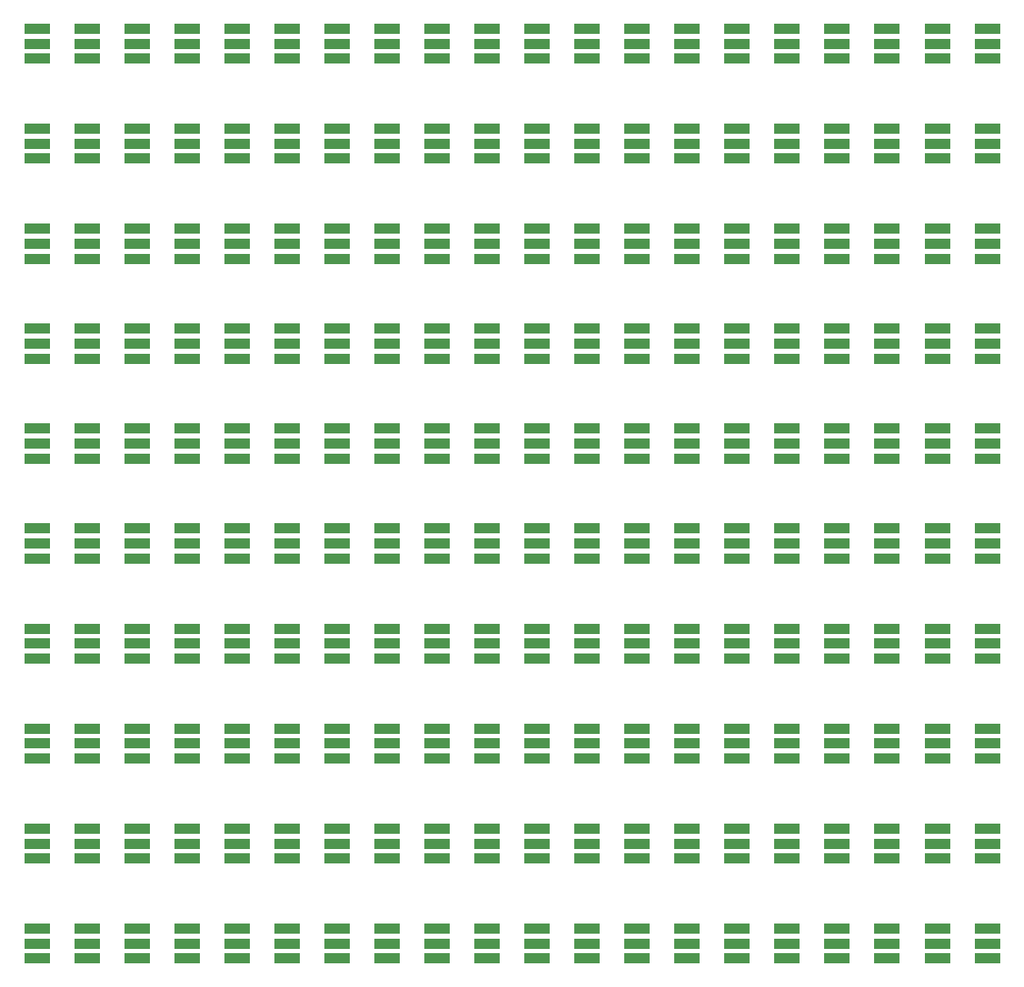
<source format=gbr>
G04 #@! TF.GenerationSoftware,KiCad,Pcbnew,5.0.2+dfsg1-1*
G04 #@! TF.CreationDate,2020-09-22T14:37:19+02:00*
G04 #@! TF.ProjectId,ledmatrix10,6c65646d-6174-4726-9978-31302e6b6963,rev?*
G04 #@! TF.SameCoordinates,Original*
G04 #@! TF.FileFunction,Paste,Bot*
G04 #@! TF.FilePolarity,Positive*
%FSLAX46Y46*%
G04 Gerber Fmt 4.6, Leading zero omitted, Abs format (unit mm)*
G04 Created by KiCad (PCBNEW 5.0.2+dfsg1-1) date Tue 22 Sep 2020 02:37:19 PM CEST*
%MOMM*%
%LPD*%
G01*
G04 APERTURE LIST*
%ADD10R,2.500000X1.000000*%
G04 APERTURE END LIST*
D10*
G04 #@! TO.C,U32*
X122500000Y-133500000D03*
X122500000Y-135000000D03*
X122500000Y-136500000D03*
X127500000Y-136500000D03*
X127500000Y-135000000D03*
X127500000Y-133500000D03*
G04 #@! TD*
G04 #@! TO.C,U7*
X102500000Y-83500000D03*
X102500000Y-85000000D03*
X102500000Y-86500000D03*
X107500000Y-86500000D03*
X107500000Y-85000000D03*
X107500000Y-83500000D03*
G04 #@! TD*
G04 #@! TO.C,U78*
X172500000Y-93500000D03*
X172500000Y-95000000D03*
X172500000Y-96500000D03*
X177500000Y-96500000D03*
X177500000Y-95000000D03*
X177500000Y-93500000D03*
G04 #@! TD*
G04 #@! TO.C,U77*
X172500000Y-83500000D03*
X172500000Y-85000000D03*
X172500000Y-86500000D03*
X177500000Y-86500000D03*
X177500000Y-85000000D03*
X177500000Y-83500000D03*
G04 #@! TD*
G04 #@! TO.C,U76*
X172500000Y-73500000D03*
X172500000Y-75000000D03*
X172500000Y-76500000D03*
X177500000Y-76500000D03*
X177500000Y-75000000D03*
X177500000Y-73500000D03*
G04 #@! TD*
G04 #@! TO.C,U75*
X172500000Y-63500000D03*
X172500000Y-65000000D03*
X172500000Y-66500000D03*
X177500000Y-66500000D03*
X177500000Y-65000000D03*
X177500000Y-63500000D03*
G04 #@! TD*
G04 #@! TO.C,U74*
X172500000Y-53500000D03*
X172500000Y-55000000D03*
X172500000Y-56500000D03*
X177500000Y-56500000D03*
X177500000Y-55000000D03*
X177500000Y-53500000D03*
G04 #@! TD*
G04 #@! TO.C,U73*
X162500000Y-143500000D03*
X162500000Y-145000000D03*
X162500000Y-146500000D03*
X167500000Y-146500000D03*
X167500000Y-145000000D03*
X167500000Y-143500000D03*
G04 #@! TD*
G04 #@! TO.C,U72*
X162500000Y-133500000D03*
X162500000Y-135000000D03*
X162500000Y-136500000D03*
X167500000Y-136500000D03*
X167500000Y-135000000D03*
X167500000Y-133500000D03*
G04 #@! TD*
G04 #@! TO.C,U71*
X162500000Y-123500000D03*
X162500000Y-125000000D03*
X162500000Y-126500000D03*
X167500000Y-126500000D03*
X167500000Y-125000000D03*
X167500000Y-123500000D03*
G04 #@! TD*
G04 #@! TO.C,U70*
X162500000Y-113500000D03*
X162500000Y-115000000D03*
X162500000Y-116500000D03*
X167500000Y-116500000D03*
X167500000Y-115000000D03*
X167500000Y-113500000D03*
G04 #@! TD*
G04 #@! TO.C,U69*
X162500000Y-103500000D03*
X162500000Y-105000000D03*
X162500000Y-106500000D03*
X167500000Y-106500000D03*
X167500000Y-105000000D03*
X167500000Y-103500000D03*
G04 #@! TD*
G04 #@! TO.C,U68*
X162500000Y-93500000D03*
X162500000Y-95000000D03*
X162500000Y-96500000D03*
X167500000Y-96500000D03*
X167500000Y-95000000D03*
X167500000Y-93500000D03*
G04 #@! TD*
G04 #@! TO.C,U28*
X122500000Y-93500000D03*
X122500000Y-95000000D03*
X122500000Y-96500000D03*
X127500000Y-96500000D03*
X127500000Y-95000000D03*
X127500000Y-93500000D03*
G04 #@! TD*
G04 #@! TO.C,U66*
X162500000Y-73500000D03*
X162500000Y-75000000D03*
X162500000Y-76500000D03*
X167500000Y-76500000D03*
X167500000Y-75000000D03*
X167500000Y-73500000D03*
G04 #@! TD*
G04 #@! TO.C,U65*
X162500000Y-63500000D03*
X162500000Y-65000000D03*
X162500000Y-66500000D03*
X167500000Y-66500000D03*
X167500000Y-65000000D03*
X167500000Y-63500000D03*
G04 #@! TD*
G04 #@! TO.C,U64*
X162500000Y-53500000D03*
X162500000Y-55000000D03*
X162500000Y-56500000D03*
X167500000Y-56500000D03*
X167500000Y-55000000D03*
X167500000Y-53500000D03*
G04 #@! TD*
G04 #@! TO.C,U63*
X152500000Y-143500000D03*
X152500000Y-145000000D03*
X152500000Y-146500000D03*
X157500000Y-146500000D03*
X157500000Y-145000000D03*
X157500000Y-143500000D03*
G04 #@! TD*
G04 #@! TO.C,U62*
X152500000Y-133500000D03*
X152500000Y-135000000D03*
X152500000Y-136500000D03*
X157500000Y-136500000D03*
X157500000Y-135000000D03*
X157500000Y-133500000D03*
G04 #@! TD*
G04 #@! TO.C,U61*
X152500000Y-123500000D03*
X152500000Y-125000000D03*
X152500000Y-126500000D03*
X157500000Y-126500000D03*
X157500000Y-125000000D03*
X157500000Y-123500000D03*
G04 #@! TD*
G04 #@! TO.C,U60*
X152500000Y-113500000D03*
X152500000Y-115000000D03*
X152500000Y-116500000D03*
X157500000Y-116500000D03*
X157500000Y-115000000D03*
X157500000Y-113500000D03*
G04 #@! TD*
G04 #@! TO.C,U59*
X152500000Y-103500000D03*
X152500000Y-105000000D03*
X152500000Y-106500000D03*
X157500000Y-106500000D03*
X157500000Y-105000000D03*
X157500000Y-103500000D03*
G04 #@! TD*
G04 #@! TO.C,U58*
X152500000Y-93500000D03*
X152500000Y-95000000D03*
X152500000Y-96500000D03*
X157500000Y-96500000D03*
X157500000Y-95000000D03*
X157500000Y-93500000D03*
G04 #@! TD*
G04 #@! TO.C,U57*
X152500000Y-83500000D03*
X152500000Y-85000000D03*
X152500000Y-86500000D03*
X157500000Y-86500000D03*
X157500000Y-85000000D03*
X157500000Y-83500000D03*
G04 #@! TD*
G04 #@! TO.C,U55*
X152500000Y-63500000D03*
X152500000Y-65000000D03*
X152500000Y-66500000D03*
X157500000Y-66500000D03*
X157500000Y-65000000D03*
X157500000Y-63500000D03*
G04 #@! TD*
G04 #@! TO.C,U67*
X162500000Y-83500000D03*
X162500000Y-85000000D03*
X162500000Y-86500000D03*
X167500000Y-86500000D03*
X167500000Y-85000000D03*
X167500000Y-83500000D03*
G04 #@! TD*
G04 #@! TO.C,U79*
X172500000Y-103500000D03*
X172500000Y-105000000D03*
X172500000Y-106500000D03*
X177500000Y-106500000D03*
X177500000Y-105000000D03*
X177500000Y-103500000D03*
G04 #@! TD*
G04 #@! TO.C,U41*
X132500000Y-123500000D03*
X132500000Y-125000000D03*
X132500000Y-126500000D03*
X137500000Y-126500000D03*
X137500000Y-125000000D03*
X137500000Y-123500000D03*
G04 #@! TD*
G04 #@! TO.C,U52*
X142500000Y-133500000D03*
X142500000Y-135000000D03*
X142500000Y-136500000D03*
X147500000Y-136500000D03*
X147500000Y-135000000D03*
X147500000Y-133500000D03*
G04 #@! TD*
G04 #@! TO.C,U51*
X142500000Y-123500000D03*
X142500000Y-125000000D03*
X142500000Y-126500000D03*
X147500000Y-126500000D03*
X147500000Y-125000000D03*
X147500000Y-123500000D03*
G04 #@! TD*
G04 #@! TO.C,U50*
X142500000Y-113500000D03*
X142500000Y-115000000D03*
X142500000Y-116500000D03*
X147500000Y-116500000D03*
X147500000Y-115000000D03*
X147500000Y-113500000D03*
G04 #@! TD*
G04 #@! TO.C,U49*
X142500000Y-103500000D03*
X142500000Y-105000000D03*
X142500000Y-106500000D03*
X147500000Y-106500000D03*
X147500000Y-105000000D03*
X147500000Y-103500000D03*
G04 #@! TD*
G04 #@! TO.C,U48*
X142500000Y-93500000D03*
X142500000Y-95000000D03*
X142500000Y-96500000D03*
X147500000Y-96500000D03*
X147500000Y-95000000D03*
X147500000Y-93500000D03*
G04 #@! TD*
G04 #@! TO.C,U47*
X142500000Y-83500000D03*
X142500000Y-85000000D03*
X142500000Y-86500000D03*
X147500000Y-86500000D03*
X147500000Y-85000000D03*
X147500000Y-83500000D03*
G04 #@! TD*
G04 #@! TO.C,U46*
X142500000Y-73500000D03*
X142500000Y-75000000D03*
X142500000Y-76500000D03*
X147500000Y-76500000D03*
X147500000Y-75000000D03*
X147500000Y-73500000D03*
G04 #@! TD*
G04 #@! TO.C,U45*
X142500000Y-63500000D03*
X142500000Y-65000000D03*
X142500000Y-66500000D03*
X147500000Y-66500000D03*
X147500000Y-65000000D03*
X147500000Y-63500000D03*
G04 #@! TD*
G04 #@! TO.C,U44*
X142500000Y-53500000D03*
X142500000Y-55000000D03*
X142500000Y-56500000D03*
X147500000Y-56500000D03*
X147500000Y-55000000D03*
X147500000Y-53500000D03*
G04 #@! TD*
G04 #@! TO.C,U43*
X132500000Y-143500000D03*
X132500000Y-145000000D03*
X132500000Y-146500000D03*
X137500000Y-146500000D03*
X137500000Y-145000000D03*
X137500000Y-143500000D03*
G04 #@! TD*
G04 #@! TO.C,U42*
X132500000Y-133500000D03*
X132500000Y-135000000D03*
X132500000Y-136500000D03*
X137500000Y-136500000D03*
X137500000Y-135000000D03*
X137500000Y-133500000D03*
G04 #@! TD*
G04 #@! TO.C,U56*
X152500000Y-73500000D03*
X152500000Y-75000000D03*
X152500000Y-76500000D03*
X157500000Y-76500000D03*
X157500000Y-75000000D03*
X157500000Y-73500000D03*
G04 #@! TD*
G04 #@! TO.C,U40*
X132500000Y-113500000D03*
X132500000Y-115000000D03*
X132500000Y-116500000D03*
X137500000Y-116500000D03*
X137500000Y-115000000D03*
X137500000Y-113500000D03*
G04 #@! TD*
G04 #@! TO.C,U39*
X132500000Y-103500000D03*
X132500000Y-105000000D03*
X132500000Y-106500000D03*
X137500000Y-106500000D03*
X137500000Y-105000000D03*
X137500000Y-103500000D03*
G04 #@! TD*
G04 #@! TO.C,U38*
X132500000Y-93500000D03*
X132500000Y-95000000D03*
X132500000Y-96500000D03*
X137500000Y-96500000D03*
X137500000Y-95000000D03*
X137500000Y-93500000D03*
G04 #@! TD*
G04 #@! TO.C,U37*
X132500000Y-83500000D03*
X132500000Y-85000000D03*
X132500000Y-86500000D03*
X137500000Y-86500000D03*
X137500000Y-85000000D03*
X137500000Y-83500000D03*
G04 #@! TD*
G04 #@! TO.C,U36*
X132500000Y-73500000D03*
X132500000Y-75000000D03*
X132500000Y-76500000D03*
X137500000Y-76500000D03*
X137500000Y-75000000D03*
X137500000Y-73500000D03*
G04 #@! TD*
G04 #@! TO.C,U35*
X132500000Y-63500000D03*
X132500000Y-65000000D03*
X132500000Y-66500000D03*
X137500000Y-66500000D03*
X137500000Y-65000000D03*
X137500000Y-63500000D03*
G04 #@! TD*
G04 #@! TO.C,U34*
X132500000Y-53500000D03*
X132500000Y-55000000D03*
X132500000Y-56500000D03*
X137500000Y-56500000D03*
X137500000Y-55000000D03*
X137500000Y-53500000D03*
G04 #@! TD*
G04 #@! TO.C,U33*
X122500000Y-143500000D03*
X122500000Y-145000000D03*
X122500000Y-146500000D03*
X127500000Y-146500000D03*
X127500000Y-145000000D03*
X127500000Y-143500000D03*
G04 #@! TD*
G04 #@! TO.C,U31*
X122500000Y-123500000D03*
X122500000Y-125000000D03*
X122500000Y-126500000D03*
X127500000Y-126500000D03*
X127500000Y-125000000D03*
X127500000Y-123500000D03*
G04 #@! TD*
G04 #@! TO.C,U30*
X122500000Y-113500000D03*
X122500000Y-115000000D03*
X122500000Y-116500000D03*
X127500000Y-116500000D03*
X127500000Y-115000000D03*
X127500000Y-113500000D03*
G04 #@! TD*
G04 #@! TO.C,U29*
X122500000Y-103500000D03*
X122500000Y-105000000D03*
X122500000Y-106500000D03*
X127500000Y-106500000D03*
X127500000Y-105000000D03*
X127500000Y-103500000D03*
G04 #@! TD*
G04 #@! TO.C,U54*
X152500000Y-53500000D03*
X152500000Y-55000000D03*
X152500000Y-56500000D03*
X157500000Y-56500000D03*
X157500000Y-55000000D03*
X157500000Y-53500000D03*
G04 #@! TD*
G04 #@! TO.C,U15*
X112500000Y-63500000D03*
X112500000Y-65000000D03*
X112500000Y-66500000D03*
X117500000Y-66500000D03*
X117500000Y-65000000D03*
X117500000Y-63500000D03*
G04 #@! TD*
G04 #@! TO.C,U27*
X122500000Y-83500000D03*
X122500000Y-85000000D03*
X122500000Y-86500000D03*
X127500000Y-86500000D03*
X127500000Y-85000000D03*
X127500000Y-83500000D03*
G04 #@! TD*
G04 #@! TO.C,U26*
X122500000Y-73500000D03*
X122500000Y-75000000D03*
X122500000Y-76500000D03*
X127500000Y-76500000D03*
X127500000Y-75000000D03*
X127500000Y-73500000D03*
G04 #@! TD*
G04 #@! TO.C,U25*
X122500000Y-63500000D03*
X122500000Y-65000000D03*
X122500000Y-66500000D03*
X127500000Y-66500000D03*
X127500000Y-65000000D03*
X127500000Y-63500000D03*
G04 #@! TD*
G04 #@! TO.C,U24*
X122500000Y-53500000D03*
X122500000Y-55000000D03*
X122500000Y-56500000D03*
X127500000Y-56500000D03*
X127500000Y-55000000D03*
X127500000Y-53500000D03*
G04 #@! TD*
G04 #@! TO.C,U23*
X112500000Y-143500000D03*
X112500000Y-145000000D03*
X112500000Y-146500000D03*
X117500000Y-146500000D03*
X117500000Y-145000000D03*
X117500000Y-143500000D03*
G04 #@! TD*
G04 #@! TO.C,U22*
X112500000Y-133500000D03*
X112500000Y-135000000D03*
X112500000Y-136500000D03*
X117500000Y-136500000D03*
X117500000Y-135000000D03*
X117500000Y-133500000D03*
G04 #@! TD*
G04 #@! TO.C,U21*
X112500000Y-123500000D03*
X112500000Y-125000000D03*
X112500000Y-126500000D03*
X117500000Y-126500000D03*
X117500000Y-125000000D03*
X117500000Y-123500000D03*
G04 #@! TD*
G04 #@! TO.C,U20*
X112500000Y-113500000D03*
X112500000Y-115000000D03*
X112500000Y-116500000D03*
X117500000Y-116500000D03*
X117500000Y-115000000D03*
X117500000Y-113500000D03*
G04 #@! TD*
G04 #@! TO.C,U19*
X112500000Y-103500000D03*
X112500000Y-105000000D03*
X112500000Y-106500000D03*
X117500000Y-106500000D03*
X117500000Y-105000000D03*
X117500000Y-103500000D03*
G04 #@! TD*
G04 #@! TO.C,U18*
X112500000Y-93500000D03*
X112500000Y-95000000D03*
X112500000Y-96500000D03*
X117500000Y-96500000D03*
X117500000Y-95000000D03*
X117500000Y-93500000D03*
G04 #@! TD*
G04 #@! TO.C,U53*
X142500000Y-143500000D03*
X142500000Y-145000000D03*
X142500000Y-146500000D03*
X147500000Y-146500000D03*
X147500000Y-145000000D03*
X147500000Y-143500000D03*
G04 #@! TD*
G04 #@! TO.C,U16*
X112500000Y-73500000D03*
X112500000Y-75000000D03*
X112500000Y-76500000D03*
X117500000Y-76500000D03*
X117500000Y-75000000D03*
X117500000Y-73500000D03*
G04 #@! TD*
G04 #@! TO.C,U14*
X112500000Y-53500000D03*
X112500000Y-55000000D03*
X112500000Y-56500000D03*
X117500000Y-56500000D03*
X117500000Y-55000000D03*
X117500000Y-53500000D03*
G04 #@! TD*
G04 #@! TO.C,U13*
X102500000Y-143500000D03*
X102500000Y-145000000D03*
X102500000Y-146500000D03*
X107500000Y-146500000D03*
X107500000Y-145000000D03*
X107500000Y-143500000D03*
G04 #@! TD*
G04 #@! TO.C,U12*
X102500000Y-133500000D03*
X102500000Y-135000000D03*
X102500000Y-136500000D03*
X107500000Y-136500000D03*
X107500000Y-135000000D03*
X107500000Y-133500000D03*
G04 #@! TD*
G04 #@! TO.C,U11*
X102500000Y-123500000D03*
X102500000Y-125000000D03*
X102500000Y-126500000D03*
X107500000Y-126500000D03*
X107500000Y-125000000D03*
X107500000Y-123500000D03*
G04 #@! TD*
G04 #@! TO.C,U10*
X102500000Y-113500000D03*
X102500000Y-115000000D03*
X102500000Y-116500000D03*
X107500000Y-116500000D03*
X107500000Y-115000000D03*
X107500000Y-113500000D03*
G04 #@! TD*
G04 #@! TO.C,U9*
X102500000Y-103500000D03*
X102500000Y-105000000D03*
X102500000Y-106500000D03*
X107500000Y-106500000D03*
X107500000Y-105000000D03*
X107500000Y-103500000D03*
G04 #@! TD*
G04 #@! TO.C,U8*
X102500000Y-93500000D03*
X102500000Y-95000000D03*
X102500000Y-96500000D03*
X107500000Y-96500000D03*
X107500000Y-95000000D03*
X107500000Y-93500000D03*
G04 #@! TD*
G04 #@! TO.C,U6*
X102500000Y-73500000D03*
X102500000Y-75000000D03*
X102500000Y-76500000D03*
X107500000Y-76500000D03*
X107500000Y-75000000D03*
X107500000Y-73500000D03*
G04 #@! TD*
G04 #@! TO.C,U5*
X102500000Y-63500000D03*
X102500000Y-65000000D03*
X102500000Y-66500000D03*
X107500000Y-66500000D03*
X107500000Y-65000000D03*
X107500000Y-63500000D03*
G04 #@! TD*
G04 #@! TO.C,U4*
X102500000Y-53500000D03*
X102500000Y-55000000D03*
X102500000Y-56500000D03*
X107500000Y-56500000D03*
X107500000Y-55000000D03*
X107500000Y-53500000D03*
G04 #@! TD*
G04 #@! TO.C,U17*
X112500000Y-83500000D03*
X112500000Y-85000000D03*
X112500000Y-86500000D03*
X117500000Y-86500000D03*
X117500000Y-85000000D03*
X117500000Y-83500000D03*
G04 #@! TD*
G04 #@! TO.C,U91*
X182500000Y-123500000D03*
X182500000Y-125000000D03*
X182500000Y-126500000D03*
X187500000Y-126500000D03*
X187500000Y-125000000D03*
X187500000Y-123500000D03*
G04 #@! TD*
G04 #@! TO.C,U80*
X172500000Y-113500000D03*
X172500000Y-115000000D03*
X172500000Y-116500000D03*
X177500000Y-116500000D03*
X177500000Y-115000000D03*
X177500000Y-113500000D03*
G04 #@! TD*
G04 #@! TO.C,U81*
X172500000Y-123500000D03*
X172500000Y-125000000D03*
X172500000Y-126500000D03*
X177500000Y-126500000D03*
X177500000Y-125000000D03*
X177500000Y-123500000D03*
G04 #@! TD*
G04 #@! TO.C,U82*
X172500000Y-133500000D03*
X172500000Y-135000000D03*
X172500000Y-136500000D03*
X177500000Y-136500000D03*
X177500000Y-135000000D03*
X177500000Y-133500000D03*
G04 #@! TD*
G04 #@! TO.C,U83*
X172500000Y-143500000D03*
X172500000Y-145000000D03*
X172500000Y-146500000D03*
X177500000Y-146500000D03*
X177500000Y-145000000D03*
X177500000Y-143500000D03*
G04 #@! TD*
G04 #@! TO.C,U84*
X182500000Y-53500000D03*
X182500000Y-55000000D03*
X182500000Y-56500000D03*
X187500000Y-56500000D03*
X187500000Y-55000000D03*
X187500000Y-53500000D03*
G04 #@! TD*
G04 #@! TO.C,U85*
X182500000Y-63500000D03*
X182500000Y-65000000D03*
X182500000Y-66500000D03*
X187500000Y-66500000D03*
X187500000Y-65000000D03*
X187500000Y-63500000D03*
G04 #@! TD*
G04 #@! TO.C,U86*
X182500000Y-73500000D03*
X182500000Y-75000000D03*
X182500000Y-76500000D03*
X187500000Y-76500000D03*
X187500000Y-75000000D03*
X187500000Y-73500000D03*
G04 #@! TD*
G04 #@! TO.C,U87*
X182500000Y-83500000D03*
X182500000Y-85000000D03*
X182500000Y-86500000D03*
X187500000Y-86500000D03*
X187500000Y-85000000D03*
X187500000Y-83500000D03*
G04 #@! TD*
G04 #@! TO.C,U88*
X182500000Y-93500000D03*
X182500000Y-95000000D03*
X182500000Y-96500000D03*
X187500000Y-96500000D03*
X187500000Y-95000000D03*
X187500000Y-93500000D03*
G04 #@! TD*
G04 #@! TO.C,U89*
X182500000Y-103500000D03*
X182500000Y-105000000D03*
X182500000Y-106500000D03*
X187500000Y-106500000D03*
X187500000Y-105000000D03*
X187500000Y-103500000D03*
G04 #@! TD*
G04 #@! TO.C,U103*
X192500000Y-143500000D03*
X192500000Y-145000000D03*
X192500000Y-146500000D03*
X197500000Y-146500000D03*
X197500000Y-145000000D03*
X197500000Y-143500000D03*
G04 #@! TD*
G04 #@! TO.C,U92*
X182500000Y-133500000D03*
X182500000Y-135000000D03*
X182500000Y-136500000D03*
X187500000Y-136500000D03*
X187500000Y-135000000D03*
X187500000Y-133500000D03*
G04 #@! TD*
G04 #@! TO.C,U93*
X182500000Y-143500000D03*
X182500000Y-145000000D03*
X182500000Y-146500000D03*
X187500000Y-146500000D03*
X187500000Y-145000000D03*
X187500000Y-143500000D03*
G04 #@! TD*
G04 #@! TO.C,U94*
X192500000Y-53500000D03*
X192500000Y-55000000D03*
X192500000Y-56500000D03*
X197500000Y-56500000D03*
X197500000Y-55000000D03*
X197500000Y-53500000D03*
G04 #@! TD*
G04 #@! TO.C,U95*
X192500000Y-63500000D03*
X192500000Y-65000000D03*
X192500000Y-66500000D03*
X197500000Y-66500000D03*
X197500000Y-65000000D03*
X197500000Y-63500000D03*
G04 #@! TD*
G04 #@! TO.C,U96*
X192500000Y-73500000D03*
X192500000Y-75000000D03*
X192500000Y-76500000D03*
X197500000Y-76500000D03*
X197500000Y-75000000D03*
X197500000Y-73500000D03*
G04 #@! TD*
G04 #@! TO.C,U97*
X192500000Y-83500000D03*
X192500000Y-85000000D03*
X192500000Y-86500000D03*
X197500000Y-86500000D03*
X197500000Y-85000000D03*
X197500000Y-83500000D03*
G04 #@! TD*
G04 #@! TO.C,U98*
X192500000Y-93500000D03*
X192500000Y-95000000D03*
X192500000Y-96500000D03*
X197500000Y-96500000D03*
X197500000Y-95000000D03*
X197500000Y-93500000D03*
G04 #@! TD*
G04 #@! TO.C,U99*
X192500000Y-103500000D03*
X192500000Y-105000000D03*
X192500000Y-106500000D03*
X197500000Y-106500000D03*
X197500000Y-105000000D03*
X197500000Y-103500000D03*
G04 #@! TD*
G04 #@! TO.C,U100*
X192500000Y-113500000D03*
X192500000Y-115000000D03*
X192500000Y-116500000D03*
X197500000Y-116500000D03*
X197500000Y-115000000D03*
X197500000Y-113500000D03*
G04 #@! TD*
G04 #@! TO.C,U101*
X192500000Y-123500000D03*
X192500000Y-125000000D03*
X192500000Y-126500000D03*
X197500000Y-126500000D03*
X197500000Y-125000000D03*
X197500000Y-123500000D03*
G04 #@! TD*
G04 #@! TO.C,U102*
X192500000Y-133500000D03*
X192500000Y-135000000D03*
X192500000Y-136500000D03*
X197500000Y-136500000D03*
X197500000Y-135000000D03*
X197500000Y-133500000D03*
G04 #@! TD*
G04 #@! TO.C,U90*
X182500000Y-113500000D03*
X182500000Y-115000000D03*
X182500000Y-116500000D03*
X187500000Y-116500000D03*
X187500000Y-115000000D03*
X187500000Y-113500000D03*
G04 #@! TD*
M02*

</source>
